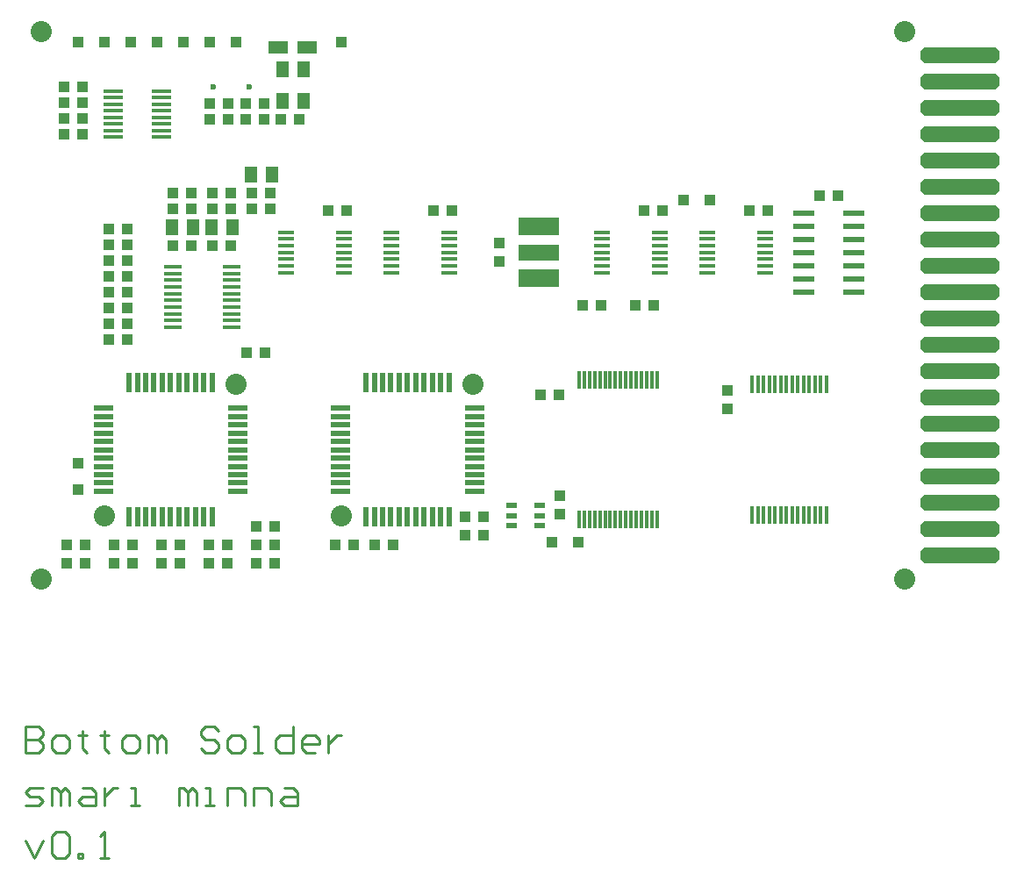
<source format=gbs>
%FSLAX25Y25*%
%MOIN*%
G70*
G01*
G75*
G04 Layer_Color=16711935*
%ADD10R,0.08661X0.09843*%
%ADD11R,0.01969X0.07874*%
%ADD12R,0.06102X0.05118*%
%ADD13C,0.04000*%
G04:AMPARAMS|DCode=14|XSize=60mil|YSize=300mil|CornerRadius=0mil|HoleSize=0mil|Usage=FLASHONLY|Rotation=90.000|XOffset=0mil|YOffset=0mil|HoleType=Round|Shape=Octagon|*
%AMOCTAGOND14*
4,1,8,-0.15000,-0.01500,-0.15000,0.01500,-0.13500,0.03000,0.13500,0.03000,0.15000,0.01500,0.15000,-0.01500,0.13500,-0.03000,-0.13500,-0.03000,-0.15000,-0.01500,0.0*
%
%ADD14OCTAGOND14*%

%ADD15R,0.03150X0.03150*%
%ADD16R,0.03937X0.11811*%
%ADD17C,0.01000*%
%ADD18C,0.02000*%
%ADD19C,0.01200*%
%ADD20C,0.02362*%
%ADD21C,0.02200*%
%ADD22C,0.04000*%
%ADD23C,0.07543*%
%ADD24C,0.04200*%
%ADD25R,0.04000X0.04000*%
%ADD26R,0.01181X0.06693*%
%ADD27R,0.07677X0.01575*%
%ADD28R,0.04134X0.02362*%
%ADD29R,0.06693X0.01378*%
%ADD30R,0.06299X0.01378*%
%ADD31R,0.02165X0.07677*%
%ADD32R,0.07677X0.02165*%
%ADD33R,0.07874X0.02362*%
%ADD34R,0.15748X0.06693*%
%ADD35R,0.15748X0.05906*%
%ADD36R,0.07677X0.05118*%
%ADD37R,0.05118X0.05906*%
%ADD38R,0.04331X0.03937*%
%ADD39R,0.04000X0.04000*%
%ADD40R,0.03937X0.04331*%
%ADD41C,0.01500*%
%ADD42C,0.03000*%
%ADD43C,0.01400*%
%ADD44C,0.00984*%
%ADD45C,0.02362*%
%ADD46C,0.00787*%
%ADD47C,0.08000*%
D14*
X355000Y15000D02*
D03*
Y25000D02*
D03*
Y35000D02*
D03*
Y45000D02*
D03*
Y55000D02*
D03*
Y65000D02*
D03*
Y75000D02*
D03*
Y85000D02*
D03*
Y95000D02*
D03*
Y105000D02*
D03*
Y115000D02*
D03*
Y125000D02*
D03*
Y135000D02*
D03*
Y145000D02*
D03*
Y155000D02*
D03*
Y165000D02*
D03*
Y175000D02*
D03*
Y185000D02*
D03*
Y195000D02*
D03*
Y205000D02*
D03*
D17*
X0Y-93335D02*
X3332Y-100000D01*
X6664Y-93335D01*
X9997Y-91669D02*
X11663Y-90003D01*
X14995D01*
X16661Y-91669D01*
Y-98334D01*
X14995Y-100000D01*
X11663D01*
X9997Y-98334D01*
Y-91669D01*
X19994Y-100000D02*
Y-98334D01*
X21660D01*
Y-100000D01*
X19994D01*
X28324D02*
X31656D01*
X29990D01*
Y-90003D01*
X28324Y-91669D01*
X0Y-50003D02*
Y-60000D01*
X4998D01*
X6664Y-58334D01*
Y-56668D01*
X4998Y-55002D01*
X0D01*
X4998D01*
X6664Y-53335D01*
Y-51669D01*
X4998Y-50003D01*
X0D01*
X11663Y-60000D02*
X14995D01*
X16661Y-58334D01*
Y-55002D01*
X14995Y-53335D01*
X11663D01*
X9997Y-55002D01*
Y-58334D01*
X11663Y-60000D01*
X21660Y-51669D02*
Y-53335D01*
X19994D01*
X23326D01*
X21660D01*
Y-58334D01*
X23326Y-60000D01*
X29990Y-51669D02*
Y-53335D01*
X28324D01*
X31656D01*
X29990D01*
Y-58334D01*
X31656Y-60000D01*
X38321D02*
X41653D01*
X43319Y-58334D01*
Y-55002D01*
X41653Y-53335D01*
X38321D01*
X36655Y-55002D01*
Y-58334D01*
X38321Y-60000D01*
X46652D02*
Y-53335D01*
X48318D01*
X49984Y-55002D01*
Y-60000D01*
Y-55002D01*
X51650Y-53335D01*
X53316Y-55002D01*
Y-60000D01*
X73310Y-51669D02*
X71644Y-50003D01*
X68311D01*
X66645Y-51669D01*
Y-53335D01*
X68311Y-55002D01*
X71644D01*
X73310Y-56668D01*
Y-58334D01*
X71644Y-60000D01*
X68311D01*
X66645Y-58334D01*
X78308Y-60000D02*
X81640D01*
X83306Y-58334D01*
Y-55002D01*
X81640Y-53335D01*
X78308D01*
X76642Y-55002D01*
Y-58334D01*
X78308Y-60000D01*
X86639D02*
X89971D01*
X88305D01*
Y-50003D01*
X86639D01*
X101634D02*
Y-60000D01*
X96635D01*
X94969Y-58334D01*
Y-55002D01*
X96635Y-53335D01*
X101634D01*
X109965Y-60000D02*
X106632D01*
X104966Y-58334D01*
Y-55002D01*
X106632Y-53335D01*
X109965D01*
X111631Y-55002D01*
Y-56668D01*
X104966D01*
X114963Y-53335D02*
Y-60000D01*
Y-56668D01*
X116629Y-55002D01*
X118295Y-53335D01*
X119961D01*
X0Y-80000D02*
X4998D01*
X6664Y-78334D01*
X4998Y-76668D01*
X1666D01*
X0Y-75002D01*
X1666Y-73335D01*
X6664D01*
X9997Y-80000D02*
Y-73335D01*
X11663D01*
X13329Y-75002D01*
Y-80000D01*
Y-75002D01*
X14995Y-73335D01*
X16661Y-75002D01*
Y-80000D01*
X21660Y-73335D02*
X24992D01*
X26658Y-75002D01*
Y-80000D01*
X21660D01*
X19994Y-78334D01*
X21660Y-76668D01*
X26658D01*
X29990Y-73335D02*
Y-80000D01*
Y-76668D01*
X31656Y-75002D01*
X33323Y-73335D01*
X34989D01*
X39987Y-80000D02*
X43319D01*
X41653D01*
Y-73335D01*
X39987D01*
X58315Y-80000D02*
Y-73335D01*
X59981D01*
X61647Y-75002D01*
Y-80000D01*
Y-75002D01*
X63313Y-73335D01*
X64979Y-75002D01*
Y-80000D01*
X68311D02*
X71644D01*
X69977D01*
Y-73335D01*
X68311D01*
X76642Y-80000D02*
Y-73335D01*
X81640D01*
X83306Y-75002D01*
Y-80000D01*
X86639D02*
Y-73335D01*
X91637D01*
X93303Y-75002D01*
Y-80000D01*
X98302Y-73335D02*
X101634D01*
X103300Y-75002D01*
Y-80000D01*
X98302D01*
X96635Y-78334D01*
X98302Y-76668D01*
X103300D01*
D20*
X84890Y193000D02*
D03*
X71110D02*
D03*
D25*
X80000Y210000D02*
D03*
X20000D02*
D03*
X30000D02*
D03*
X40000D02*
D03*
X50000D02*
D03*
X60000D02*
D03*
X70000D02*
D03*
X20000Y40000D02*
D03*
Y50000D02*
D03*
X250000Y150000D02*
D03*
X210000Y20000D02*
D03*
X200000D02*
D03*
X120000Y210000D02*
D03*
D26*
X239764Y28622D02*
D03*
X237795D02*
D03*
X235827D02*
D03*
X233858D02*
D03*
X231890D02*
D03*
X229921D02*
D03*
X227953D02*
D03*
X225984D02*
D03*
X224016D02*
D03*
X222047D02*
D03*
X220079D02*
D03*
X218110D02*
D03*
X216142D02*
D03*
X214173D02*
D03*
X212205D02*
D03*
X210236D02*
D03*
X239764Y81378D02*
D03*
X237795D02*
D03*
X235827D02*
D03*
X233858D02*
D03*
X231890D02*
D03*
X229921D02*
D03*
X227953D02*
D03*
X225984D02*
D03*
X224016D02*
D03*
X222047D02*
D03*
X220079D02*
D03*
X218110D02*
D03*
X216142D02*
D03*
X214173D02*
D03*
X212205D02*
D03*
X210236D02*
D03*
X275925Y79803D02*
D03*
X278091D02*
D03*
X280256D02*
D03*
X282421D02*
D03*
X284587D02*
D03*
X286752D02*
D03*
X288917D02*
D03*
X291083D02*
D03*
X293248D02*
D03*
X295413D02*
D03*
X297579D02*
D03*
X299744D02*
D03*
X301909D02*
D03*
X304075D02*
D03*
X275925Y30197D02*
D03*
X278091D02*
D03*
X280256D02*
D03*
X282421D02*
D03*
X284587D02*
D03*
X286752D02*
D03*
X288917D02*
D03*
X291083D02*
D03*
X293248D02*
D03*
X295413D02*
D03*
X297579D02*
D03*
X299744D02*
D03*
X301909D02*
D03*
X304075D02*
D03*
D27*
X51653Y191250D02*
D03*
Y188750D02*
D03*
Y186250D02*
D03*
Y183750D02*
D03*
Y181250D02*
D03*
Y178750D02*
D03*
Y176250D02*
D03*
Y173750D02*
D03*
X33346Y191250D02*
D03*
Y188750D02*
D03*
Y186250D02*
D03*
Y183750D02*
D03*
Y181250D02*
D03*
Y178750D02*
D03*
Y176250D02*
D03*
Y173750D02*
D03*
D28*
X184685Y26260D02*
D03*
Y30000D02*
D03*
Y33740D02*
D03*
X195315D02*
D03*
Y30000D02*
D03*
Y26260D02*
D03*
D29*
X78220Y124516D02*
D03*
Y121957D02*
D03*
Y119398D02*
D03*
Y116839D02*
D03*
Y114280D02*
D03*
Y111720D02*
D03*
Y109161D02*
D03*
Y106602D02*
D03*
Y104043D02*
D03*
Y101484D02*
D03*
X55780Y124516D02*
D03*
Y121957D02*
D03*
Y119398D02*
D03*
Y116839D02*
D03*
Y114280D02*
D03*
Y111720D02*
D03*
Y109161D02*
D03*
Y106602D02*
D03*
Y104043D02*
D03*
Y101484D02*
D03*
D30*
X121024Y137677D02*
D03*
Y135118D02*
D03*
Y132559D02*
D03*
Y130000D02*
D03*
Y127441D02*
D03*
Y124882D02*
D03*
Y122323D02*
D03*
X98976Y137677D02*
D03*
Y135118D02*
D03*
Y132559D02*
D03*
Y130000D02*
D03*
Y127441D02*
D03*
Y124882D02*
D03*
Y122323D02*
D03*
X138976Y122323D02*
D03*
Y124882D02*
D03*
Y127441D02*
D03*
Y130000D02*
D03*
Y132559D02*
D03*
Y135118D02*
D03*
Y137677D02*
D03*
X161024Y122323D02*
D03*
Y124882D02*
D03*
Y127441D02*
D03*
Y130000D02*
D03*
Y132559D02*
D03*
Y135118D02*
D03*
Y137677D02*
D03*
X281024D02*
D03*
Y135118D02*
D03*
Y132559D02*
D03*
Y130000D02*
D03*
Y127441D02*
D03*
Y124882D02*
D03*
Y122323D02*
D03*
X258976Y137677D02*
D03*
Y135118D02*
D03*
Y132559D02*
D03*
Y130000D02*
D03*
Y127441D02*
D03*
Y124882D02*
D03*
Y122323D02*
D03*
X241024Y137677D02*
D03*
Y135118D02*
D03*
Y132559D02*
D03*
Y130000D02*
D03*
Y127441D02*
D03*
Y124882D02*
D03*
Y122323D02*
D03*
X218976Y137677D02*
D03*
Y135118D02*
D03*
Y132559D02*
D03*
Y130000D02*
D03*
Y127441D02*
D03*
Y124882D02*
D03*
Y122323D02*
D03*
D31*
X39252Y29409D02*
D03*
X42402D02*
D03*
X45551D02*
D03*
X48701D02*
D03*
X51850D02*
D03*
X55000D02*
D03*
X58150D02*
D03*
X61299D02*
D03*
X64449D02*
D03*
X67598D02*
D03*
X70748D02*
D03*
Y80591D02*
D03*
X67598D02*
D03*
X64449D02*
D03*
X61299D02*
D03*
X58150D02*
D03*
X55000D02*
D03*
X51850D02*
D03*
X48701D02*
D03*
X45551D02*
D03*
X42402D02*
D03*
X39252D02*
D03*
X160748D02*
D03*
X157598D02*
D03*
X154449D02*
D03*
X151299D02*
D03*
X148150D02*
D03*
X145000D02*
D03*
X141850D02*
D03*
X138701D02*
D03*
X135551D02*
D03*
X132402D02*
D03*
X129252D02*
D03*
Y29409D02*
D03*
X132402D02*
D03*
X135551D02*
D03*
X138701D02*
D03*
X141850D02*
D03*
X145000D02*
D03*
X148150D02*
D03*
X151299D02*
D03*
X154449D02*
D03*
X157598D02*
D03*
X160748D02*
D03*
D32*
X80591Y39252D02*
D03*
Y42402D02*
D03*
Y45551D02*
D03*
Y48701D02*
D03*
Y51850D02*
D03*
Y55000D02*
D03*
Y58150D02*
D03*
Y61299D02*
D03*
Y64449D02*
D03*
Y67598D02*
D03*
Y70748D02*
D03*
X29409D02*
D03*
Y67598D02*
D03*
Y64449D02*
D03*
Y61299D02*
D03*
Y58150D02*
D03*
Y55000D02*
D03*
Y51850D02*
D03*
Y48701D02*
D03*
Y45551D02*
D03*
Y42402D02*
D03*
Y39252D02*
D03*
X119409Y70748D02*
D03*
Y67598D02*
D03*
Y64449D02*
D03*
Y61299D02*
D03*
Y58150D02*
D03*
Y55000D02*
D03*
Y51850D02*
D03*
Y48701D02*
D03*
Y45551D02*
D03*
Y42402D02*
D03*
Y39252D02*
D03*
X170591D02*
D03*
Y42402D02*
D03*
Y45551D02*
D03*
Y48701D02*
D03*
Y51850D02*
D03*
Y55000D02*
D03*
Y58150D02*
D03*
Y61299D02*
D03*
Y64449D02*
D03*
Y67598D02*
D03*
Y70748D02*
D03*
D33*
X314449Y145000D02*
D03*
Y140000D02*
D03*
Y135000D02*
D03*
Y130000D02*
D03*
Y125000D02*
D03*
Y120000D02*
D03*
Y115000D02*
D03*
X295551Y145000D02*
D03*
Y140000D02*
D03*
Y135000D02*
D03*
Y130000D02*
D03*
Y125000D02*
D03*
Y120000D02*
D03*
Y115000D02*
D03*
D34*
X195000Y120157D02*
D03*
Y139843D02*
D03*
D35*
Y130000D02*
D03*
D36*
X95988Y208000D02*
D03*
X107012D02*
D03*
D37*
X97563Y199500D02*
D03*
X105437D02*
D03*
X85563Y159500D02*
D03*
X93437D02*
D03*
X70563Y139500D02*
D03*
X78437D02*
D03*
X105437Y187500D02*
D03*
X97563D02*
D03*
X55563Y139500D02*
D03*
X63437D02*
D03*
D38*
X21543Y187000D02*
D03*
X14457D02*
D03*
X93043Y152500D02*
D03*
X85957D02*
D03*
X55957Y146500D02*
D03*
X63043D02*
D03*
X78043D02*
D03*
X70957D02*
D03*
X76543Y19000D02*
D03*
X69457D02*
D03*
X76543Y12000D02*
D03*
X69457D02*
D03*
X58543Y19000D02*
D03*
X51457D02*
D03*
X58543Y12000D02*
D03*
X51457D02*
D03*
X33457D02*
D03*
X40543D02*
D03*
X33457Y19000D02*
D03*
X40543D02*
D03*
X31457Y97000D02*
D03*
X38543D02*
D03*
X31457Y103000D02*
D03*
X38543D02*
D03*
X31457Y109000D02*
D03*
X38543D02*
D03*
X31457Y115000D02*
D03*
X38543D02*
D03*
X31457Y121000D02*
D03*
X38543D02*
D03*
X31457Y127000D02*
D03*
X38543D02*
D03*
X31457Y133000D02*
D03*
X38543D02*
D03*
X31457Y139000D02*
D03*
X38543D02*
D03*
X94543Y26000D02*
D03*
X87457D02*
D03*
X93043Y146500D02*
D03*
X85957D02*
D03*
X218543Y110000D02*
D03*
X211457D02*
D03*
X231457D02*
D03*
X238543D02*
D03*
X124543Y19000D02*
D03*
X117457D02*
D03*
X132457D02*
D03*
X139543D02*
D03*
X55957Y152500D02*
D03*
X63043D02*
D03*
X166957Y22500D02*
D03*
X174043D02*
D03*
X78043Y152500D02*
D03*
X70957D02*
D03*
X91043Y92000D02*
D03*
X83957D02*
D03*
X162043Y146000D02*
D03*
X154957D02*
D03*
X21543Y181000D02*
D03*
X14457D02*
D03*
X282043Y146000D02*
D03*
X274957D02*
D03*
X234957D02*
D03*
X242043D02*
D03*
X301457Y151500D02*
D03*
X308543D02*
D03*
X202543Y76000D02*
D03*
X195457D02*
D03*
X166957Y29500D02*
D03*
X174043D02*
D03*
X78043Y132500D02*
D03*
X70957D02*
D03*
X55957Y132500D02*
D03*
X63043D02*
D03*
X114957Y146000D02*
D03*
X122043D02*
D03*
X14457Y175000D02*
D03*
X21543D02*
D03*
X69957Y186500D02*
D03*
X77043D02*
D03*
X90543D02*
D03*
X83457D02*
D03*
X96957Y180500D02*
D03*
X104043D02*
D03*
X22543Y12000D02*
D03*
X15457D02*
D03*
X87457Y19000D02*
D03*
X94543D02*
D03*
Y12000D02*
D03*
X87457D02*
D03*
X15457Y19000D02*
D03*
X22543D02*
D03*
X77043Y180500D02*
D03*
X69957D02*
D03*
X83457D02*
D03*
X90543D02*
D03*
X14457Y193000D02*
D03*
X21543D02*
D03*
D39*
X260000Y150000D02*
D03*
D40*
X180000Y126457D02*
D03*
Y133543D02*
D03*
X203000Y30457D02*
D03*
Y37543D02*
D03*
X266500Y77543D02*
D03*
Y70457D02*
D03*
D47*
X30000Y30000D02*
D03*
X80000Y80000D02*
D03*
X120000Y30000D02*
D03*
X170000Y80000D02*
D03*
X6000Y6000D02*
D03*
X334000D02*
D03*
X6000Y214000D02*
D03*
X334000D02*
D03*
M02*

</source>
